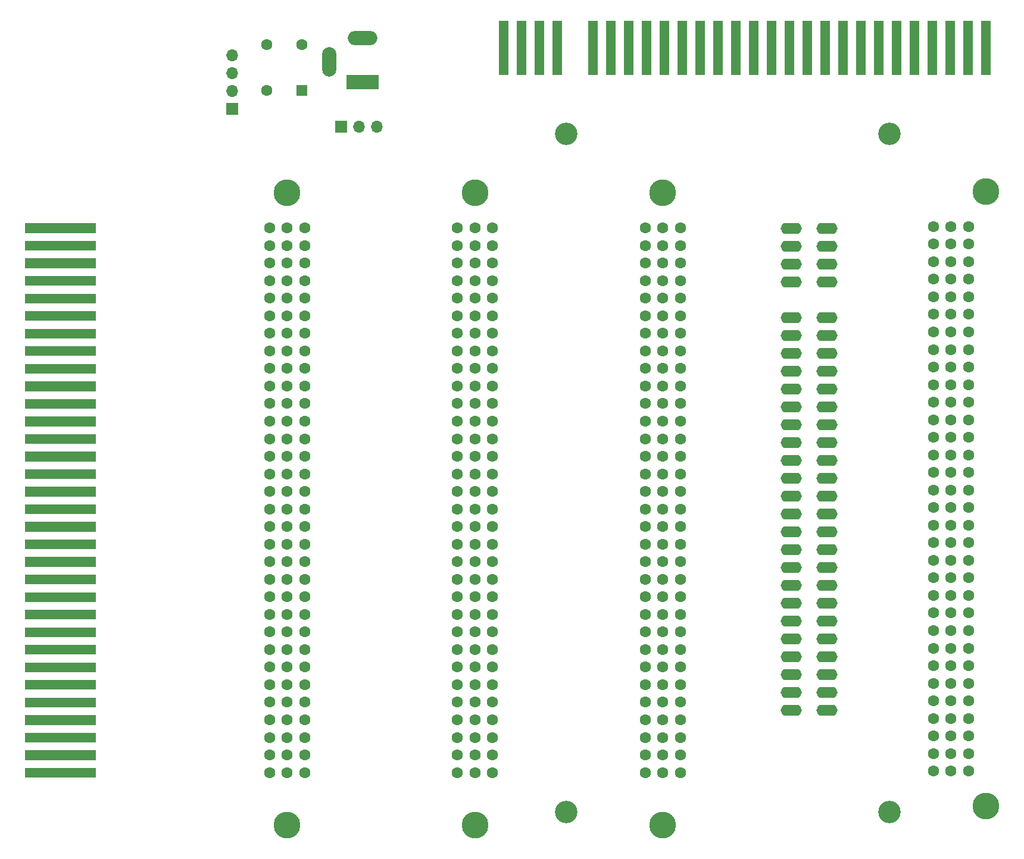
<source format=gbr>
%TF.GenerationSoftware,KiCad,Pcbnew,9.0.7*%
%TF.CreationDate,2026-02-25T22:10:38+03:00*%
%TF.ProjectId,deltas_backplane,64656c74-6173-45f6-9261-636b706c616e,rev?*%
%TF.SameCoordinates,Original*%
%TF.FileFunction,Soldermask,Bot*%
%TF.FilePolarity,Negative*%
%FSLAX46Y46*%
G04 Gerber Fmt 4.6, Leading zero omitted, Abs format (unit mm)*
G04 Created by KiCad (PCBNEW 9.0.7) date 2026-02-25 22:10:38*
%MOMM*%
%LPD*%
G01*
G04 APERTURE LIST*
%ADD10C,0.120000*%
%ADD11C,3.800000*%
%ADD12C,1.600000*%
%ADD13C,3.200000*%
%ADD14R,1.700000X1.700000*%
%ADD15O,1.700000X1.700000*%
%ADD16R,4.600000X2.000000*%
%ADD17O,4.200000X2.000000*%
%ADD18O,2.000000X4.200000*%
%ADD19O,3.000000X1.600000*%
%ADD20R,1.600000X1.600000*%
G04 APERTURE END LIST*
%TO.C,J1*%
D10*
X88493980Y-46815010D02*
X98493980Y-46815010D01*
X98493980Y-45515010D01*
X88493980Y-45515010D01*
X88493980Y-46815010D01*
G36*
X88493980Y-46815010D02*
G01*
X98493980Y-46815010D01*
X98493980Y-45515010D01*
X88493980Y-45515010D01*
X88493980Y-46815010D01*
G37*
X88493980Y-49315010D02*
X98493980Y-49315010D01*
X98493980Y-48015010D01*
X88493980Y-48015010D01*
X88493980Y-49315010D01*
G36*
X88493980Y-49315010D02*
G01*
X98493980Y-49315010D01*
X98493980Y-48015010D01*
X88493980Y-48015010D01*
X88493980Y-49315010D01*
G37*
X88493980Y-51815010D02*
X98493980Y-51815010D01*
X98493980Y-50515010D01*
X88493980Y-50515010D01*
X88493980Y-51815010D01*
G36*
X88493980Y-51815010D02*
G01*
X98493980Y-51815010D01*
X98493980Y-50515010D01*
X88493980Y-50515010D01*
X88493980Y-51815010D01*
G37*
X88493980Y-54315010D02*
X98493980Y-54315010D01*
X98493980Y-53015010D01*
X88493980Y-53015010D01*
X88493980Y-54315010D01*
G36*
X88493980Y-54315010D02*
G01*
X98493980Y-54315010D01*
X98493980Y-53015010D01*
X88493980Y-53015010D01*
X88493980Y-54315010D01*
G37*
X88493980Y-56815010D02*
X98493980Y-56815010D01*
X98493980Y-55515010D01*
X88493980Y-55515010D01*
X88493980Y-56815010D01*
G36*
X88493980Y-56815010D02*
G01*
X98493980Y-56815010D01*
X98493980Y-55515010D01*
X88493980Y-55515010D01*
X88493980Y-56815010D01*
G37*
X88493980Y-59315010D02*
X98493980Y-59315010D01*
X98493980Y-58015010D01*
X88493980Y-58015010D01*
X88493980Y-59315010D01*
G36*
X88493980Y-59315010D02*
G01*
X98493980Y-59315010D01*
X98493980Y-58015010D01*
X88493980Y-58015010D01*
X88493980Y-59315010D01*
G37*
X88493980Y-61815010D02*
X98493980Y-61815010D01*
X98493980Y-60515010D01*
X88493980Y-60515010D01*
X88493980Y-61815010D01*
G36*
X88493980Y-61815010D02*
G01*
X98493980Y-61815010D01*
X98493980Y-60515010D01*
X88493980Y-60515010D01*
X88493980Y-61815010D01*
G37*
X88493980Y-64315010D02*
X98493980Y-64315010D01*
X98493980Y-63015010D01*
X88493980Y-63015010D01*
X88493980Y-64315010D01*
G36*
X88493980Y-64315010D02*
G01*
X98493980Y-64315010D01*
X98493980Y-63015010D01*
X88493980Y-63015010D01*
X88493980Y-64315010D01*
G37*
X88493980Y-66815010D02*
X98493980Y-66815010D01*
X98493980Y-65515010D01*
X88493980Y-65515010D01*
X88493980Y-66815010D01*
G36*
X88493980Y-66815010D02*
G01*
X98493980Y-66815010D01*
X98493980Y-65515010D01*
X88493980Y-65515010D01*
X88493980Y-66815010D01*
G37*
X88493980Y-69315010D02*
X98493980Y-69315010D01*
X98493980Y-68015010D01*
X88493980Y-68015010D01*
X88493980Y-69315010D01*
G36*
X88493980Y-69315010D02*
G01*
X98493980Y-69315010D01*
X98493980Y-68015010D01*
X88493980Y-68015010D01*
X88493980Y-69315010D01*
G37*
X88493980Y-71815010D02*
X98493980Y-71815010D01*
X98493980Y-70515010D01*
X88493980Y-70515010D01*
X88493980Y-71815010D01*
G36*
X88493980Y-71815010D02*
G01*
X98493980Y-71815010D01*
X98493980Y-70515010D01*
X88493980Y-70515010D01*
X88493980Y-71815010D01*
G37*
X88493980Y-74315010D02*
X98493980Y-74315010D01*
X98493980Y-73015010D01*
X88493980Y-73015010D01*
X88493980Y-74315010D01*
G36*
X88493980Y-74315010D02*
G01*
X98493980Y-74315010D01*
X98493980Y-73015010D01*
X88493980Y-73015010D01*
X88493980Y-74315010D01*
G37*
X88493980Y-76815010D02*
X98493980Y-76815010D01*
X98493980Y-75515010D01*
X88493980Y-75515010D01*
X88493980Y-76815010D01*
G36*
X88493980Y-76815010D02*
G01*
X98493980Y-76815010D01*
X98493980Y-75515010D01*
X88493980Y-75515010D01*
X88493980Y-76815010D01*
G37*
X88493980Y-79315010D02*
X98493980Y-79315010D01*
X98493980Y-78015010D01*
X88493980Y-78015010D01*
X88493980Y-79315010D01*
G36*
X88493980Y-79315010D02*
G01*
X98493980Y-79315010D01*
X98493980Y-78015010D01*
X88493980Y-78015010D01*
X88493980Y-79315010D01*
G37*
X88493980Y-81815010D02*
X98493980Y-81815010D01*
X98493980Y-80515010D01*
X88493980Y-80515010D01*
X88493980Y-81815010D01*
G36*
X88493980Y-81815010D02*
G01*
X98493980Y-81815010D01*
X98493980Y-80515010D01*
X88493980Y-80515010D01*
X88493980Y-81815010D01*
G37*
X88493980Y-84315010D02*
X98493980Y-84315010D01*
X98493980Y-83015010D01*
X88493980Y-83015010D01*
X88493980Y-84315010D01*
G36*
X88493980Y-84315010D02*
G01*
X98493980Y-84315010D01*
X98493980Y-83015010D01*
X88493980Y-83015010D01*
X88493980Y-84315010D01*
G37*
X88493980Y-86815010D02*
X98493980Y-86815010D01*
X98493980Y-85515010D01*
X88493980Y-85515010D01*
X88493980Y-86815010D01*
G36*
X88493980Y-86815010D02*
G01*
X98493980Y-86815010D01*
X98493980Y-85515010D01*
X88493980Y-85515010D01*
X88493980Y-86815010D01*
G37*
X88493980Y-89315010D02*
X98493980Y-89315010D01*
X98493980Y-88015010D01*
X88493980Y-88015010D01*
X88493980Y-89315010D01*
G36*
X88493980Y-89315010D02*
G01*
X98493980Y-89315010D01*
X98493980Y-88015010D01*
X88493980Y-88015010D01*
X88493980Y-89315010D01*
G37*
X88493980Y-91815010D02*
X98493980Y-91815010D01*
X98493980Y-90515010D01*
X88493980Y-90515010D01*
X88493980Y-91815010D01*
G36*
X88493980Y-91815010D02*
G01*
X98493980Y-91815010D01*
X98493980Y-90515010D01*
X88493980Y-90515010D01*
X88493980Y-91815010D01*
G37*
X88493980Y-94315010D02*
X98493980Y-94315010D01*
X98493980Y-93015010D01*
X88493980Y-93015010D01*
X88493980Y-94315010D01*
G36*
X88493980Y-94315010D02*
G01*
X98493980Y-94315010D01*
X98493980Y-93015010D01*
X88493980Y-93015010D01*
X88493980Y-94315010D01*
G37*
X88493980Y-96815010D02*
X98493980Y-96815010D01*
X98493980Y-95515010D01*
X88493980Y-95515010D01*
X88493980Y-96815010D01*
G36*
X88493980Y-96815010D02*
G01*
X98493980Y-96815010D01*
X98493980Y-95515010D01*
X88493980Y-95515010D01*
X88493980Y-96815010D01*
G37*
X88493980Y-99315010D02*
X98493980Y-99315010D01*
X98493980Y-98015010D01*
X88493980Y-98015010D01*
X88493980Y-99315010D01*
G36*
X88493980Y-99315010D02*
G01*
X98493980Y-99315010D01*
X98493980Y-98015010D01*
X88493980Y-98015010D01*
X88493980Y-99315010D01*
G37*
X88493980Y-101815010D02*
X98493980Y-101815010D01*
X98493980Y-100515010D01*
X88493980Y-100515010D01*
X88493980Y-101815010D01*
G36*
X88493980Y-101815010D02*
G01*
X98493980Y-101815010D01*
X98493980Y-100515010D01*
X88493980Y-100515010D01*
X88493980Y-101815010D01*
G37*
X88493980Y-104315010D02*
X98493980Y-104315010D01*
X98493980Y-103015010D01*
X88493980Y-103015010D01*
X88493980Y-104315010D01*
G36*
X88493980Y-104315010D02*
G01*
X98493980Y-104315010D01*
X98493980Y-103015010D01*
X88493980Y-103015010D01*
X88493980Y-104315010D01*
G37*
X88493980Y-106815010D02*
X98493980Y-106815010D01*
X98493980Y-105515010D01*
X88493980Y-105515010D01*
X88493980Y-106815010D01*
G36*
X88493980Y-106815010D02*
G01*
X98493980Y-106815010D01*
X98493980Y-105515010D01*
X88493980Y-105515010D01*
X88493980Y-106815010D01*
G37*
X88493980Y-109315010D02*
X98493980Y-109315010D01*
X98493980Y-108015010D01*
X88493980Y-108015010D01*
X88493980Y-109315010D01*
G36*
X88493980Y-109315010D02*
G01*
X98493980Y-109315010D01*
X98493980Y-108015010D01*
X88493980Y-108015010D01*
X88493980Y-109315010D01*
G37*
X88493980Y-111815010D02*
X98493980Y-111815010D01*
X98493980Y-110515010D01*
X88493980Y-110515010D01*
X88493980Y-111815010D01*
G36*
X88493980Y-111815010D02*
G01*
X98493980Y-111815010D01*
X98493980Y-110515010D01*
X88493980Y-110515010D01*
X88493980Y-111815010D01*
G37*
X88493980Y-114315010D02*
X98493980Y-114315010D01*
X98493980Y-113015010D01*
X88493980Y-113015010D01*
X88493980Y-114315010D01*
G36*
X88493980Y-114315010D02*
G01*
X98493980Y-114315010D01*
X98493980Y-113015010D01*
X88493980Y-113015010D01*
X88493980Y-114315010D01*
G37*
X88493980Y-116815010D02*
X98493980Y-116815010D01*
X98493980Y-115515010D01*
X88493980Y-115515010D01*
X88493980Y-116815010D01*
G36*
X88493980Y-116815010D02*
G01*
X98493980Y-116815010D01*
X98493980Y-115515010D01*
X88493980Y-115515010D01*
X88493980Y-116815010D01*
G37*
X88493980Y-119315010D02*
X98493980Y-119315010D01*
X98493980Y-118015010D01*
X88493980Y-118015010D01*
X88493980Y-119315010D01*
G36*
X88493980Y-119315010D02*
G01*
X98493980Y-119315010D01*
X98493980Y-118015010D01*
X88493980Y-118015010D01*
X88493980Y-119315010D01*
G37*
X88493980Y-121815010D02*
X98493980Y-121815010D01*
X98493980Y-120515010D01*
X88493980Y-120515010D01*
X88493980Y-121815010D01*
G36*
X88493980Y-121815010D02*
G01*
X98493980Y-121815010D01*
X98493980Y-120515010D01*
X88493980Y-120515010D01*
X88493980Y-121815010D01*
G37*
X88493980Y-124315010D02*
X98493980Y-124315010D01*
X98493980Y-123015010D01*
X88493980Y-123015010D01*
X88493980Y-124315010D01*
G36*
X88493980Y-124315010D02*
G01*
X98493980Y-124315010D01*
X98493980Y-123015010D01*
X88493980Y-123015010D01*
X88493980Y-124315010D01*
G37*
%TO.C,J6*%
X157176000Y-16665000D02*
X155906000Y-16665000D01*
X155906000Y-24285000D01*
X157176000Y-24285000D01*
X157176000Y-16665000D01*
G36*
X157176000Y-16665000D02*
G01*
X155906000Y-16665000D01*
X155906000Y-24285000D01*
X157176000Y-24285000D01*
X157176000Y-16665000D01*
G37*
X159716000Y-16665000D02*
X158446000Y-16665000D01*
X158446000Y-24285000D01*
X159716000Y-24285000D01*
X159716000Y-16665000D01*
G36*
X159716000Y-16665000D02*
G01*
X158446000Y-16665000D01*
X158446000Y-24285000D01*
X159716000Y-24285000D01*
X159716000Y-16665000D01*
G37*
X162256000Y-16665000D02*
X160986000Y-16665000D01*
X160986000Y-24285000D01*
X162256000Y-24285000D01*
X162256000Y-16665000D01*
G36*
X162256000Y-16665000D02*
G01*
X160986000Y-16665000D01*
X160986000Y-24285000D01*
X162256000Y-24285000D01*
X162256000Y-16665000D01*
G37*
X164796000Y-16665000D02*
X163526000Y-16665000D01*
X163526000Y-24285000D01*
X164796000Y-24285000D01*
X164796000Y-16665000D01*
G36*
X164796000Y-16665000D02*
G01*
X163526000Y-16665000D01*
X163526000Y-24285000D01*
X164796000Y-24285000D01*
X164796000Y-16665000D01*
G37*
X169876000Y-16665000D02*
X168606000Y-16665000D01*
X168606000Y-24285000D01*
X169876000Y-24285000D01*
X169876000Y-16665000D01*
G36*
X169876000Y-16665000D02*
G01*
X168606000Y-16665000D01*
X168606000Y-24285000D01*
X169876000Y-24285000D01*
X169876000Y-16665000D01*
G37*
X172416000Y-16665000D02*
X171146000Y-16665000D01*
X171146000Y-24285000D01*
X172416000Y-24285000D01*
X172416000Y-16665000D01*
G36*
X172416000Y-16665000D02*
G01*
X171146000Y-16665000D01*
X171146000Y-24285000D01*
X172416000Y-24285000D01*
X172416000Y-16665000D01*
G37*
X174956000Y-16665000D02*
X173686000Y-16665000D01*
X173686000Y-24285000D01*
X174956000Y-24285000D01*
X174956000Y-16665000D01*
G36*
X174956000Y-16665000D02*
G01*
X173686000Y-16665000D01*
X173686000Y-24285000D01*
X174956000Y-24285000D01*
X174956000Y-16665000D01*
G37*
X177496000Y-16665000D02*
X176226000Y-16665000D01*
X176226000Y-24285000D01*
X177496000Y-24285000D01*
X177496000Y-16665000D01*
G36*
X177496000Y-16665000D02*
G01*
X176226000Y-16665000D01*
X176226000Y-24285000D01*
X177496000Y-24285000D01*
X177496000Y-16665000D01*
G37*
X180036000Y-16665000D02*
X178766000Y-16665000D01*
X178766000Y-24285000D01*
X180036000Y-24285000D01*
X180036000Y-16665000D01*
G36*
X180036000Y-16665000D02*
G01*
X178766000Y-16665000D01*
X178766000Y-24285000D01*
X180036000Y-24285000D01*
X180036000Y-16665000D01*
G37*
X182576000Y-16665000D02*
X181306000Y-16665000D01*
X181306000Y-24285000D01*
X182576000Y-24285000D01*
X182576000Y-16665000D01*
G36*
X182576000Y-16665000D02*
G01*
X181306000Y-16665000D01*
X181306000Y-24285000D01*
X182576000Y-24285000D01*
X182576000Y-16665000D01*
G37*
X185116000Y-16665000D02*
X183846000Y-16665000D01*
X183846000Y-24285000D01*
X185116000Y-24285000D01*
X185116000Y-16665000D01*
G36*
X185116000Y-16665000D02*
G01*
X183846000Y-16665000D01*
X183846000Y-24285000D01*
X185116000Y-24285000D01*
X185116000Y-16665000D01*
G37*
X187656000Y-16665000D02*
X186386000Y-16665000D01*
X186386000Y-24285000D01*
X187656000Y-24285000D01*
X187656000Y-16665000D01*
G36*
X187656000Y-16665000D02*
G01*
X186386000Y-16665000D01*
X186386000Y-24285000D01*
X187656000Y-24285000D01*
X187656000Y-16665000D01*
G37*
X190196000Y-16665000D02*
X188926000Y-16665000D01*
X188926000Y-24285000D01*
X190196000Y-24285000D01*
X190196000Y-16665000D01*
G36*
X190196000Y-16665000D02*
G01*
X188926000Y-16665000D01*
X188926000Y-24285000D01*
X190196000Y-24285000D01*
X190196000Y-16665000D01*
G37*
X192736000Y-16665000D02*
X191466000Y-16665000D01*
X191466000Y-24285000D01*
X192736000Y-24285000D01*
X192736000Y-16665000D01*
G36*
X192736000Y-16665000D02*
G01*
X191466000Y-16665000D01*
X191466000Y-24285000D01*
X192736000Y-24285000D01*
X192736000Y-16665000D01*
G37*
X195276000Y-16665000D02*
X194006000Y-16665000D01*
X194006000Y-24285000D01*
X195276000Y-24285000D01*
X195276000Y-16665000D01*
G36*
X195276000Y-16665000D02*
G01*
X194006000Y-16665000D01*
X194006000Y-24285000D01*
X195276000Y-24285000D01*
X195276000Y-16665000D01*
G37*
X197816000Y-16665000D02*
X196546000Y-16665000D01*
X196546000Y-24285000D01*
X197816000Y-24285000D01*
X197816000Y-16665000D01*
G36*
X197816000Y-16665000D02*
G01*
X196546000Y-16665000D01*
X196546000Y-24285000D01*
X197816000Y-24285000D01*
X197816000Y-16665000D01*
G37*
X200356000Y-16665000D02*
X199086000Y-16665000D01*
X199086000Y-24285000D01*
X200356000Y-24285000D01*
X200356000Y-16665000D01*
G36*
X200356000Y-16665000D02*
G01*
X199086000Y-16665000D01*
X199086000Y-24285000D01*
X200356000Y-24285000D01*
X200356000Y-16665000D01*
G37*
X202896000Y-16665000D02*
X201626000Y-16665000D01*
X201626000Y-24285000D01*
X202896000Y-24285000D01*
X202896000Y-16665000D01*
G36*
X202896000Y-16665000D02*
G01*
X201626000Y-16665000D01*
X201626000Y-24285000D01*
X202896000Y-24285000D01*
X202896000Y-16665000D01*
G37*
X205436000Y-16665000D02*
X204166000Y-16665000D01*
X204166000Y-24285000D01*
X205436000Y-24285000D01*
X205436000Y-16665000D01*
G36*
X205436000Y-16665000D02*
G01*
X204166000Y-16665000D01*
X204166000Y-24285000D01*
X205436000Y-24285000D01*
X205436000Y-16665000D01*
G37*
X207976000Y-16665000D02*
X206706000Y-16665000D01*
X206706000Y-24285000D01*
X207976000Y-24285000D01*
X207976000Y-16665000D01*
G36*
X207976000Y-16665000D02*
G01*
X206706000Y-16665000D01*
X206706000Y-24285000D01*
X207976000Y-24285000D01*
X207976000Y-16665000D01*
G37*
X210516000Y-16665000D02*
X209246000Y-16665000D01*
X209246000Y-24285000D01*
X210516000Y-24285000D01*
X210516000Y-16665000D01*
G36*
X210516000Y-16665000D02*
G01*
X209246000Y-16665000D01*
X209246000Y-24285000D01*
X210516000Y-24285000D01*
X210516000Y-16665000D01*
G37*
X213056000Y-16665000D02*
X211786000Y-16665000D01*
X211786000Y-24285000D01*
X213056000Y-24285000D01*
X213056000Y-16665000D01*
G36*
X213056000Y-16665000D02*
G01*
X211786000Y-16665000D01*
X211786000Y-24285000D01*
X213056000Y-24285000D01*
X213056000Y-16665000D01*
G37*
X215596000Y-16665000D02*
X214326000Y-16665000D01*
X214326000Y-24285000D01*
X215596000Y-24285000D01*
X215596000Y-16665000D01*
G36*
X215596000Y-16665000D02*
G01*
X214326000Y-16665000D01*
X214326000Y-24285000D01*
X215596000Y-24285000D01*
X215596000Y-16665000D01*
G37*
X218136000Y-16665000D02*
X216866000Y-16665000D01*
X216866000Y-24285000D01*
X218136000Y-24285000D01*
X218136000Y-16665000D01*
G36*
X218136000Y-16665000D02*
G01*
X216866000Y-16665000D01*
X216866000Y-24285000D01*
X218136000Y-24285000D01*
X218136000Y-16665000D01*
G37*
X220676000Y-16665000D02*
X219406000Y-16665000D01*
X219406000Y-24285000D01*
X220676000Y-24285000D01*
X220676000Y-16665000D01*
G36*
X220676000Y-16665000D02*
G01*
X219406000Y-16665000D01*
X219406000Y-24285000D01*
X220676000Y-24285000D01*
X220676000Y-16665000D01*
G37*
X223216000Y-16665000D02*
X221946000Y-16665000D01*
X221946000Y-24285000D01*
X223216000Y-24285000D01*
X223216000Y-16665000D01*
G36*
X223216000Y-16665000D02*
G01*
X221946000Y-16665000D01*
X221946000Y-24285000D01*
X223216000Y-24285000D01*
X223216000Y-16665000D01*
G37*
X225756000Y-16665000D02*
X224486000Y-16665000D01*
X224486000Y-24285000D01*
X225756000Y-24285000D01*
X225756000Y-16665000D01*
G36*
X225756000Y-16665000D02*
G01*
X224486000Y-16665000D01*
X224486000Y-24285000D01*
X225756000Y-24285000D01*
X225756000Y-16665000D01*
G37*
%TD*%
D11*
%TO.C,J3*%
X152504000Y-131175000D03*
X152504000Y-41175000D03*
D12*
X150004000Y-46175000D03*
X152504000Y-46175000D03*
X150004000Y-48675000D03*
X152504000Y-48675000D03*
X150004000Y-51175000D03*
X152504000Y-51175000D03*
X150004000Y-53675000D03*
X152504000Y-53675000D03*
X150004000Y-56175000D03*
X152504000Y-56175000D03*
X150004000Y-58675000D03*
X152504000Y-58675000D03*
X150004000Y-61175000D03*
X152504000Y-61175000D03*
X150004000Y-63675000D03*
X152504000Y-63675000D03*
X150004000Y-66175000D03*
X152504000Y-66175000D03*
X150004000Y-68675000D03*
X152504000Y-68675000D03*
X150004000Y-71175000D03*
X152504000Y-71175000D03*
X150004000Y-73675000D03*
X152504000Y-73675000D03*
X150004000Y-76175000D03*
X152504000Y-76175000D03*
X150004000Y-78675000D03*
X152504000Y-78675000D03*
X150004000Y-81175000D03*
X152504000Y-81175000D03*
X150004000Y-83675000D03*
X152504000Y-83675000D03*
X150004000Y-86175000D03*
X152504000Y-86175000D03*
X150004000Y-88675000D03*
X152504000Y-88675000D03*
X150004000Y-91175000D03*
X152504000Y-91175000D03*
X150004000Y-93675000D03*
X152504000Y-93675000D03*
X150004000Y-96175000D03*
X152504000Y-96175000D03*
X150004000Y-98675000D03*
X152504000Y-98675000D03*
X150004000Y-101175000D03*
X152504000Y-101175000D03*
X150004000Y-103675000D03*
X152504000Y-103675000D03*
X150004000Y-106175000D03*
X152504000Y-106175000D03*
X150004000Y-108675000D03*
X152504000Y-108675000D03*
X150004000Y-111175000D03*
X152504000Y-111175000D03*
X150004000Y-113675000D03*
X152504000Y-113675000D03*
X150004000Y-116175000D03*
X152504000Y-116175000D03*
X150004000Y-118675000D03*
X152504000Y-118675000D03*
X150004000Y-121175000D03*
X152504000Y-121175000D03*
X150004000Y-123675000D03*
X152504000Y-123675000D03*
X155004000Y-46175000D03*
X155004000Y-48675000D03*
X155004000Y-51175000D03*
X155004000Y-53675000D03*
X155004000Y-56175000D03*
X155004000Y-58675000D03*
X155004000Y-61175000D03*
X155004000Y-63675000D03*
X155004000Y-66175000D03*
X155004000Y-68675000D03*
X155004000Y-71175000D03*
X155004000Y-73675000D03*
X155004000Y-76175000D03*
X155004000Y-78675000D03*
X155004000Y-81175000D03*
X155004000Y-83675000D03*
X155004000Y-86175000D03*
X155004000Y-88675000D03*
X155004000Y-91175000D03*
X155004000Y-93675000D03*
X155004000Y-96175000D03*
X155004000Y-98675000D03*
X155004000Y-101175000D03*
X155004000Y-103675000D03*
X155004000Y-106175000D03*
X155004000Y-108675000D03*
X155004000Y-111175000D03*
X155004000Y-113675000D03*
X155004000Y-116175000D03*
X155004000Y-118675000D03*
X155004000Y-121175000D03*
X155004000Y-123675000D03*
%TD*%
D11*
%TO.C,J2*%
X125804000Y-131175000D03*
X125804000Y-41175000D03*
D12*
X123304000Y-46175000D03*
X125804000Y-46175000D03*
X123304000Y-48675000D03*
X125804000Y-48675000D03*
X123304000Y-51175000D03*
X125804000Y-51175000D03*
X123304000Y-53675000D03*
X125804000Y-53675000D03*
X123304000Y-56175000D03*
X125804000Y-56175000D03*
X123304000Y-58675000D03*
X125804000Y-58675000D03*
X123304000Y-61175000D03*
X125804000Y-61175000D03*
X123304000Y-63675000D03*
X125804000Y-63675000D03*
X123304000Y-66175000D03*
X125804000Y-66175000D03*
X123304000Y-68675000D03*
X125804000Y-68675000D03*
X123304000Y-71175000D03*
X125804000Y-71175000D03*
X123304000Y-73675000D03*
X125804000Y-73675000D03*
X123304000Y-76175000D03*
X125804000Y-76175000D03*
X123304000Y-78675000D03*
X125804000Y-78675000D03*
X123304000Y-81175000D03*
X125804000Y-81175000D03*
X123304000Y-83675000D03*
X125804000Y-83675000D03*
X123304000Y-86175000D03*
X125804000Y-86175000D03*
X123304000Y-88675000D03*
X125804000Y-88675000D03*
X123304000Y-91175000D03*
X125804000Y-91175000D03*
X123304000Y-93675000D03*
X125804000Y-93675000D03*
X123304000Y-96175000D03*
X125804000Y-96175000D03*
X123304000Y-98675000D03*
X125804000Y-98675000D03*
X123304000Y-101175000D03*
X125804000Y-101175000D03*
X123304000Y-103675000D03*
X125804000Y-103675000D03*
X123304000Y-106175000D03*
X125804000Y-106175000D03*
X123304000Y-108675000D03*
X125804000Y-108675000D03*
X123304000Y-111175000D03*
X125804000Y-111175000D03*
X123304000Y-113675000D03*
X125804000Y-113675000D03*
X123304000Y-116175000D03*
X125804000Y-116175000D03*
X123304000Y-118675000D03*
X125804000Y-118675000D03*
X123304000Y-121175000D03*
X125804000Y-121175000D03*
X123304000Y-123675000D03*
X125804000Y-123675000D03*
X128304000Y-46175000D03*
X128304000Y-48675000D03*
X128304000Y-51175000D03*
X128304000Y-53675000D03*
X128304000Y-56175000D03*
X128304000Y-58675000D03*
X128304000Y-61175000D03*
X128304000Y-63675000D03*
X128304000Y-66175000D03*
X128304000Y-68675000D03*
X128304000Y-71175000D03*
X128304000Y-73675000D03*
X128304000Y-76175000D03*
X128304000Y-78675000D03*
X128304000Y-81175000D03*
X128304000Y-83675000D03*
X128304000Y-86175000D03*
X128304000Y-88675000D03*
X128304000Y-91175000D03*
X128304000Y-93675000D03*
X128304000Y-96175000D03*
X128304000Y-98675000D03*
X128304000Y-101175000D03*
X128304000Y-103675000D03*
X128304000Y-106175000D03*
X128304000Y-108675000D03*
X128304000Y-111175000D03*
X128304000Y-113675000D03*
X128304000Y-116175000D03*
X128304000Y-118675000D03*
X128304000Y-121175000D03*
X128304000Y-123675000D03*
%TD*%
D11*
%TO.C,J5*%
X225204000Y-128475000D03*
X225204000Y-40975000D03*
D12*
X217704000Y-45975000D03*
X220204000Y-45975000D03*
X217704000Y-48475000D03*
X220204000Y-48475000D03*
X217704000Y-50975000D03*
X220204000Y-50975000D03*
X217704000Y-53475000D03*
X220204000Y-53475000D03*
X217704000Y-55975000D03*
X220204000Y-55975000D03*
X217704000Y-58475000D03*
X220204000Y-58475000D03*
X217704000Y-60975000D03*
X220204000Y-60975000D03*
X217704000Y-63475000D03*
X220204000Y-63475000D03*
X217704000Y-65975000D03*
X220204000Y-65975000D03*
X217704000Y-68475000D03*
X220204000Y-68475000D03*
X217704000Y-70975000D03*
X220204000Y-70975000D03*
X217704000Y-73475000D03*
X220204000Y-73475000D03*
X217704000Y-75975000D03*
X220204000Y-75975000D03*
X217704000Y-78475000D03*
X220204000Y-78475000D03*
X217704000Y-80975000D03*
X220204000Y-80975000D03*
X217704000Y-83475000D03*
X220204000Y-83475000D03*
X217704000Y-85975000D03*
X220204000Y-85975000D03*
X217704000Y-88475000D03*
X220204000Y-88475000D03*
X217704000Y-90975000D03*
X220204000Y-90975000D03*
X217704000Y-93475000D03*
X220204000Y-93475000D03*
X217704000Y-95975000D03*
X220204000Y-95975000D03*
X217704000Y-98475000D03*
X220204000Y-98475000D03*
X217704000Y-100975000D03*
X220204000Y-100975000D03*
X217704000Y-103475000D03*
X220204000Y-103475000D03*
X217704000Y-105975000D03*
X220204000Y-105975000D03*
X217704000Y-108475000D03*
X220204000Y-108475000D03*
X217704000Y-110975000D03*
X220204000Y-110975000D03*
X217704000Y-113475000D03*
X220204000Y-113475000D03*
X217704000Y-115975000D03*
X220204000Y-115975000D03*
X217704000Y-118475000D03*
X220204000Y-118475000D03*
X217704000Y-120975000D03*
X220204000Y-120975000D03*
X217704000Y-123475000D03*
X220204000Y-123475000D03*
X222704000Y-45975000D03*
X222704000Y-48475000D03*
X222704000Y-50975000D03*
X222704000Y-53475000D03*
X222704000Y-55975000D03*
X222704000Y-58475000D03*
X222704000Y-60975000D03*
X222704000Y-63475000D03*
X222704000Y-65975000D03*
X222704000Y-68475000D03*
X222704000Y-70975000D03*
X222704000Y-73475000D03*
X222704000Y-75975000D03*
X222704000Y-78475000D03*
X222704000Y-80975000D03*
X222704000Y-83475000D03*
X222704000Y-85975000D03*
X222704000Y-88475000D03*
X222704000Y-90975000D03*
X222704000Y-93475000D03*
X222704000Y-95975000D03*
X222704000Y-98475000D03*
X222704000Y-100975000D03*
X222704000Y-103475000D03*
X222704000Y-105975000D03*
X222704000Y-108475000D03*
X222704000Y-110975000D03*
X222704000Y-113475000D03*
X222704000Y-115975000D03*
X222704000Y-118475000D03*
X222704000Y-120975000D03*
X222704000Y-123475000D03*
%TD*%
D13*
%TO.C,M31*%
X211480990Y-129317010D03*
%TD*%
D12*
%TO.C,C2*%
X127875000Y-20097000D03*
X122875000Y-20097000D03*
%TD*%
D14*
%TO.C,J9*%
X118009000Y-29241000D03*
D15*
X118009000Y-26701000D03*
X118009000Y-24161000D03*
X118009000Y-21621000D03*
%TD*%
D16*
%TO.C,J8*%
X136566000Y-25439000D03*
D17*
X136566000Y-19139000D03*
D18*
X131766000Y-22539000D03*
%TD*%
D13*
%TO.C,M31*%
X165506990Y-129317010D03*
%TD*%
D14*
%TO.C,JP1*%
X133503000Y-31781000D03*
D15*
X136043000Y-31781000D03*
X138583000Y-31781000D03*
%TD*%
D13*
%TO.C,M31*%
X211480990Y-32797010D03*
%TD*%
%TO.C,M31*%
X165506990Y-32797010D03*
%TD*%
D19*
%TO.C,J7*%
X197511000Y-46259000D03*
X197511000Y-48799000D03*
X197511000Y-51339000D03*
X197511000Y-53879000D03*
X197511000Y-58959000D03*
X197511000Y-61499000D03*
X197511000Y-64039000D03*
X197511000Y-66579000D03*
X197511000Y-69119000D03*
X197511000Y-71659000D03*
X197511000Y-74199000D03*
X197511000Y-76739000D03*
X197511000Y-79279000D03*
X197511000Y-81819000D03*
X197511000Y-84359000D03*
X197511000Y-86899000D03*
X197511000Y-89439000D03*
X197511000Y-91979000D03*
X197511000Y-94519000D03*
X197511000Y-97059000D03*
X197511000Y-99599000D03*
X197511000Y-102139000D03*
X197511000Y-104679000D03*
X197511000Y-107219000D03*
X197511000Y-109759000D03*
X197511000Y-112299000D03*
X197511000Y-114839000D03*
X202591000Y-46259000D03*
X202591000Y-48799000D03*
X202591000Y-51339000D03*
X202591000Y-53879000D03*
X202591000Y-58959000D03*
X202591000Y-61499000D03*
X202591000Y-64039000D03*
X202591000Y-66579000D03*
X202591000Y-69119000D03*
X202591000Y-71659000D03*
X202591000Y-74199000D03*
X202591000Y-76739000D03*
X202591000Y-79279000D03*
X202591000Y-81819000D03*
X202591000Y-84359000D03*
X202591000Y-86899000D03*
X202591000Y-89439000D03*
X202591000Y-91979000D03*
X202591000Y-94519000D03*
X202591000Y-97059000D03*
X202591000Y-99599000D03*
X202591000Y-102139000D03*
X202591000Y-104679000D03*
X202591000Y-107219000D03*
X202591000Y-109759000D03*
X202591000Y-112299000D03*
X202591000Y-114839000D03*
%TD*%
D20*
%TO.C,C1*%
X127922100Y-26574000D03*
D12*
X122922100Y-26574000D03*
%TD*%
D11*
%TO.C,J4*%
X179204000Y-131175000D03*
X179204000Y-41175000D03*
D12*
X176704000Y-46175000D03*
X179204000Y-46175000D03*
X176704000Y-48675000D03*
X179204000Y-48675000D03*
X176704000Y-51175000D03*
X179204000Y-51175000D03*
X176704000Y-53675000D03*
X179204000Y-53675000D03*
X176704000Y-56175000D03*
X179204000Y-56175000D03*
X176704000Y-58675000D03*
X179204000Y-58675000D03*
X176704000Y-61175000D03*
X179204000Y-61175000D03*
X176704000Y-63675000D03*
X179204000Y-63675000D03*
X176704000Y-66175000D03*
X179204000Y-66175000D03*
X176704000Y-68675000D03*
X179204000Y-68675000D03*
X176704000Y-71175000D03*
X179204000Y-71175000D03*
X176704000Y-73675000D03*
X179204000Y-73675000D03*
X176704000Y-76175000D03*
X179204000Y-76175000D03*
X176704000Y-78675000D03*
X179204000Y-78675000D03*
X176704000Y-81175000D03*
X179204000Y-81175000D03*
X176704000Y-83675000D03*
X179204000Y-83675000D03*
X176704000Y-86175000D03*
X179204000Y-86175000D03*
X176704000Y-88675000D03*
X179204000Y-88675000D03*
X176704000Y-91175000D03*
X179204000Y-91175000D03*
X176704000Y-93675000D03*
X179204000Y-93675000D03*
X176704000Y-96175000D03*
X179204000Y-96175000D03*
X176704000Y-98675000D03*
X179204000Y-98675000D03*
X176704000Y-101175000D03*
X179204000Y-101175000D03*
X176704000Y-103675000D03*
X179204000Y-103675000D03*
X176704000Y-106175000D03*
X179204000Y-106175000D03*
X176704000Y-108675000D03*
X179204000Y-108675000D03*
X176704000Y-111175000D03*
X179204000Y-111175000D03*
X176704000Y-113675000D03*
X179204000Y-113675000D03*
X176704000Y-116175000D03*
X179204000Y-116175000D03*
X176704000Y-118675000D03*
X179204000Y-118675000D03*
X176704000Y-121175000D03*
X179204000Y-121175000D03*
X176704000Y-123675000D03*
X179204000Y-123675000D03*
X181704000Y-46175000D03*
X181704000Y-48675000D03*
X181704000Y-51175000D03*
X181704000Y-53675000D03*
X181704000Y-56175000D03*
X181704000Y-58675000D03*
X181704000Y-61175000D03*
X181704000Y-63675000D03*
X181704000Y-66175000D03*
X181704000Y-68675000D03*
X181704000Y-71175000D03*
X181704000Y-73675000D03*
X181704000Y-76175000D03*
X181704000Y-78675000D03*
X181704000Y-81175000D03*
X181704000Y-83675000D03*
X181704000Y-86175000D03*
X181704000Y-88675000D03*
X181704000Y-91175000D03*
X181704000Y-93675000D03*
X181704000Y-96175000D03*
X181704000Y-98675000D03*
X181704000Y-101175000D03*
X181704000Y-103675000D03*
X181704000Y-106175000D03*
X181704000Y-108675000D03*
X181704000Y-111175000D03*
X181704000Y-113675000D03*
X181704000Y-116175000D03*
X181704000Y-118675000D03*
X181704000Y-121175000D03*
X181704000Y-123675000D03*
%TD*%
M02*

</source>
